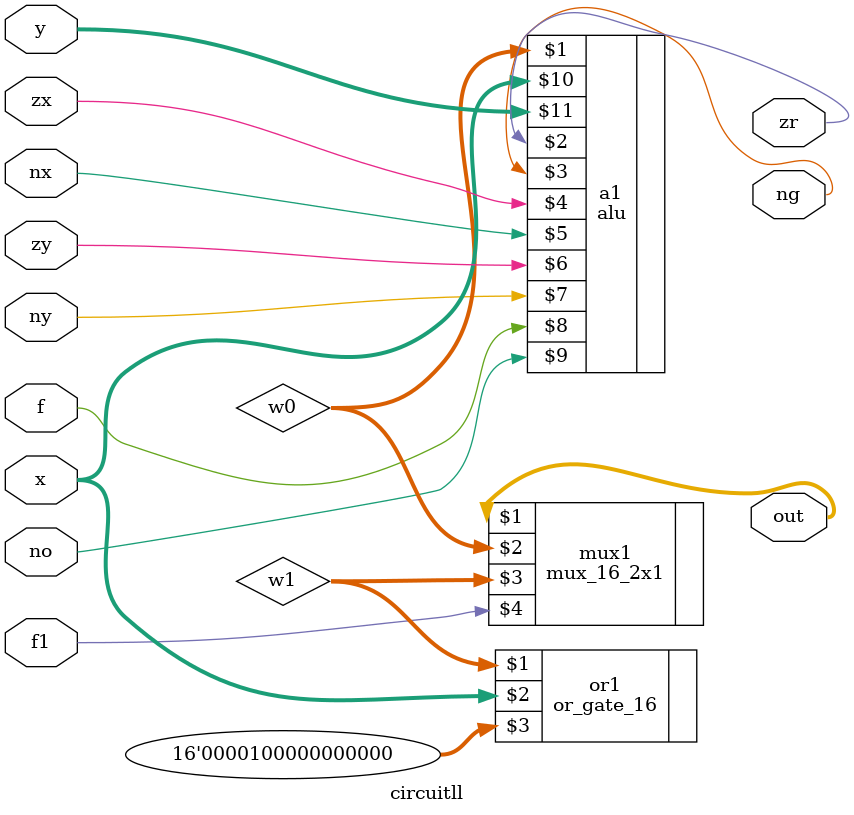
<source format=v>
module circuitll(out,zr,ng,x,y,zx,nx,zy,ny,f,f1,no);

    output [15:0] out;
    input [15:0] x,y;
    output zr,ng;
    input zx,nx,zy,ny,f,f1,no;
    wire c;
    wire [15:0] w1, w0;

    alu a1(w0,zr,ng,zx,nx,zy,ny,f,no,x,y );
    or_gate_16 or1(w1,x,16'b0000_1000_0000_0000);

    mux_16_2x1 mux1(out,w0,w1,f1);

endmodule
</source>
